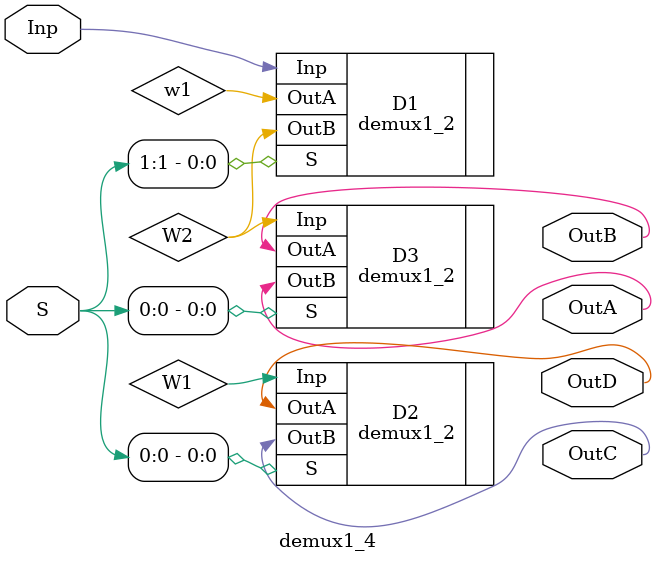
<source format=v>
module demux1_4(Inp, S, OutA, OutB, OutC, OutD);

input Inp;			//Input Signal
input [1:0] S;			//Select Sig
output OutA, OutB, OutC, OutD;  //Output
wire W1, W2;

//Instantiating demux1_2
demux1_2 D1(.Inp(Inp), .S(S[1]), .OutA(w1), .OutB(W2));   
demux1_2 D2(.Inp(W1), .S(S[0]), .OutA(OutD), .OutB(OutC)); 
demux1_2 D3(.Inp(W2), .S(S[0]), .OutA(OutB), .OutB(OutA)); 
endmodule

</source>
